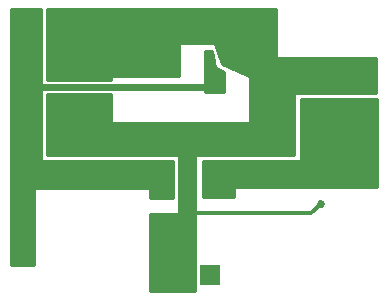
<source format=gbr>
G04 #@! TF.FileFunction,Copper,L2,Bot,Signal*
%FSLAX46Y46*%
G04 Gerber Fmt 4.6, Leading zero omitted, Abs format (unit mm)*
G04 Created by KiCad (PCBNEW 4.0.6-e0-6349~53~ubuntu14.04.1) date Sat Mar 25 21:58:17 2017*
%MOMM*%
%LPD*%
G01*
G04 APERTURE LIST*
%ADD10C,0.100000*%
%ADD11C,0.685800*%
%ADD12R,1.700000X1.700000*%
%ADD13O,1.700000X1.700000*%
%ADD14C,1.600000*%
%ADD15C,0.304800*%
%ADD16C,0.609600*%
%ADD17C,0.254000*%
G04 APERTURE END LIST*
D10*
D11*
X172974000Y-99060000D03*
X171958000Y-99060000D03*
X170942000Y-99060000D03*
X172974000Y-98298000D03*
X171958000Y-98298000D03*
X170942000Y-98298000D03*
X172974000Y-97536000D03*
X171958000Y-97536000D03*
X170942000Y-97536000D03*
X169926000Y-99060000D03*
X168910000Y-99060000D03*
X167894000Y-99060000D03*
X169926000Y-98298000D03*
X168910000Y-98298000D03*
X167894000Y-98298000D03*
X169926000Y-97536000D03*
X168910000Y-97536000D03*
X167894000Y-97536000D03*
X169926000Y-96774000D03*
X168910000Y-96774000D03*
X167894000Y-96774000D03*
X173228000Y-101092000D03*
X172212000Y-101092000D03*
X171196000Y-101092000D03*
X170180000Y-101092000D03*
X169164000Y-101092000D03*
X168148000Y-101092000D03*
X167132000Y-101092000D03*
X166116000Y-101092000D03*
X165100000Y-101092000D03*
X164084000Y-101092000D03*
X163068000Y-101092000D03*
X162052000Y-101092000D03*
X173228000Y-99822000D03*
X172212000Y-99822000D03*
X171196000Y-99822000D03*
X170180000Y-99822000D03*
X169164000Y-99822000D03*
X168148000Y-99822000D03*
X167132000Y-99822000D03*
X166116000Y-99822000D03*
X165100000Y-99822000D03*
X164084000Y-99822000D03*
X163068000Y-99822000D03*
X162052000Y-101092000D03*
X162052000Y-99822000D03*
X160782000Y-100076000D03*
X159766000Y-100076000D03*
X170180000Y-92710000D03*
X169164000Y-92710000D03*
X168148000Y-92710000D03*
X167132000Y-92710000D03*
X166116000Y-92710000D03*
X165100000Y-92710000D03*
X164084000Y-92710000D03*
X170180000Y-91948000D03*
X169164000Y-91948000D03*
X168148000Y-91948000D03*
X167132000Y-91948000D03*
X166116000Y-91948000D03*
X165100000Y-91948000D03*
X164084000Y-91948000D03*
X170180000Y-91186000D03*
X169164000Y-91186000D03*
X168148000Y-91186000D03*
X167132000Y-91186000D03*
X166116000Y-91186000D03*
X165100000Y-91186000D03*
X164084000Y-91186000D03*
X164084000Y-90170000D03*
X164084000Y-89408000D03*
X164084000Y-88646000D03*
X164084000Y-87884000D03*
X164084000Y-87122000D03*
X160020000Y-91948000D03*
X165862000Y-98298000D03*
X164846000Y-98298000D03*
X163830000Y-98298000D03*
X162814000Y-98298000D03*
X165862000Y-97536000D03*
X164846000Y-97536000D03*
X163830000Y-97536000D03*
X162814000Y-97536000D03*
X165862000Y-96774000D03*
X164846000Y-96774000D03*
X163830000Y-96774000D03*
X162814000Y-96774000D03*
X155448000Y-106934000D03*
X155448000Y-105664000D03*
X157734000Y-104394000D03*
X157734000Y-103632000D03*
X157734000Y-102870000D03*
X157734000Y-102108000D03*
X157734000Y-101346000D03*
X157734000Y-100584000D03*
X157734000Y-99822000D03*
X157734000Y-99060000D03*
X159004000Y-98044000D03*
X159004000Y-96520000D03*
X154940000Y-98044000D03*
X154940000Y-96520000D03*
X151638000Y-97790000D03*
X150622000Y-97790000D03*
X149606000Y-97790000D03*
X148590000Y-97790000D03*
X147574000Y-97790000D03*
X150876000Y-96774000D03*
X149860000Y-96774000D03*
X150876000Y-96012000D03*
X149860000Y-96012000D03*
X150876000Y-95250000D03*
X149860000Y-95250000D03*
X146558000Y-97790000D03*
X150622000Y-94234000D03*
X149606000Y-94234000D03*
X148590000Y-94234000D03*
X147574000Y-94234000D03*
X146558000Y-94234000D03*
X152654000Y-91440000D03*
X151638000Y-91440000D03*
X150622000Y-91440000D03*
X149606000Y-91440000D03*
X148590000Y-91440000D03*
X147574000Y-91440000D03*
X146558000Y-91440000D03*
X152654000Y-90678000D03*
X151638000Y-90678000D03*
X150622000Y-90678000D03*
X149606000Y-90678000D03*
X148590000Y-90678000D03*
X147574000Y-90678000D03*
X146558000Y-90678000D03*
X152654000Y-89916000D03*
X151638000Y-89916000D03*
X150622000Y-89916000D03*
X149606000Y-89916000D03*
X148590000Y-89916000D03*
X147574000Y-89916000D03*
X146558000Y-89916000D03*
X152654000Y-89154000D03*
X151638000Y-89154000D03*
X150622000Y-89154000D03*
X149606000Y-89154000D03*
X148590000Y-89154000D03*
X147574000Y-89154000D03*
X146558000Y-89154000D03*
X152654000Y-88392000D03*
X151638000Y-88392000D03*
X150622000Y-88392000D03*
X149606000Y-88392000D03*
X148590000Y-88392000D03*
X147574000Y-88392000D03*
X146558000Y-88392000D03*
X152654000Y-87630000D03*
X151638000Y-87630000D03*
X150622000Y-87630000D03*
X149606000Y-87630000D03*
X148590000Y-87630000D03*
X147574000Y-87630000D03*
X146558000Y-87630000D03*
X152654000Y-86868000D03*
X151638000Y-86868000D03*
X150622000Y-86868000D03*
X149606000Y-86868000D03*
X148590000Y-86868000D03*
X147574000Y-86868000D03*
X146558000Y-86868000D03*
X155448000Y-99822000D03*
X154432000Y-101092000D03*
X153416000Y-101092000D03*
X152400000Y-101092000D03*
X151384000Y-101092000D03*
X150368000Y-101092000D03*
X149352000Y-101092000D03*
X148336000Y-101092000D03*
X147320000Y-101092000D03*
X146304000Y-101092000D03*
X145288000Y-101092000D03*
X154432000Y-99822000D03*
X153416000Y-99822000D03*
X152400000Y-99822000D03*
X151384000Y-99822000D03*
X150368000Y-99822000D03*
X149352000Y-99822000D03*
X148336000Y-99822000D03*
X147320000Y-99822000D03*
X146304000Y-99822000D03*
X145288000Y-101092000D03*
X145288000Y-99822000D03*
X144526000Y-105664000D03*
X143510000Y-105664000D03*
X144526000Y-104902000D03*
X143510000Y-104902000D03*
X144526000Y-104140000D03*
X144526000Y-104140000D03*
X143510000Y-104140000D03*
X144526000Y-101600000D03*
X143510000Y-101600000D03*
X144526000Y-100838000D03*
X143510000Y-100838000D03*
X144526000Y-100076000D03*
X143510000Y-100076000D03*
X144526000Y-99314000D03*
X143510000Y-99314000D03*
X144526000Y-98552000D03*
X143510000Y-98552000D03*
X144526000Y-97790000D03*
X144526000Y-97790000D03*
X143510000Y-97790000D03*
X144526000Y-92964000D03*
X143510000Y-92964000D03*
X144526000Y-92202000D03*
X143510000Y-92202000D03*
X144526000Y-92202000D03*
X144526000Y-91440000D03*
X143510000Y-91440000D03*
X144526000Y-90678000D03*
X143510000Y-90678000D03*
X144526000Y-89916000D03*
X143510000Y-89916000D03*
X144526000Y-89154000D03*
X144526000Y-89154000D03*
X143510000Y-89154000D03*
X144526000Y-88392000D03*
X143510000Y-88392000D03*
X143510000Y-87630000D03*
X144526000Y-87630000D03*
X143510000Y-86868000D03*
D12*
X159750000Y-109000000D03*
D13*
X157210000Y-109000000D03*
D12*
X172325000Y-95125000D03*
D13*
X172325000Y-92585000D03*
D14*
X161525000Y-87925000D03*
X154925000Y-87925000D03*
D11*
X144526000Y-86868000D03*
X169125000Y-102950000D03*
X160075000Y-93100000D03*
X144018000Y-93980000D03*
D15*
X168325000Y-103750000D02*
X157825000Y-103750000D01*
X169125000Y-102950000D02*
X168325000Y-103750000D01*
X160075000Y-93100000D02*
X160050000Y-93075000D01*
D16*
X160050000Y-93075000D02*
X144600000Y-93075000D01*
X144600000Y-93075000D02*
X144018000Y-93930000D01*
D15*
X144018000Y-93930000D02*
X144018000Y-93980000D01*
D17*
G36*
X145398000Y-99250000D02*
X145408006Y-99299410D01*
X145436447Y-99341035D01*
X145478841Y-99368315D01*
X145525000Y-99377000D01*
X156623000Y-99377000D01*
X156623000Y-102498000D01*
X154627000Y-102498000D01*
X154627000Y-101750000D01*
X154616994Y-101700590D01*
X154588553Y-101658965D01*
X154546159Y-101631685D01*
X154500000Y-101623000D01*
X145000000Y-101623000D01*
X144950590Y-101633006D01*
X144908965Y-101661447D01*
X144881685Y-101703841D01*
X144873000Y-101750000D01*
X144873000Y-108123000D01*
X142877000Y-108123000D01*
X142877000Y-86454400D01*
X145398000Y-86454400D01*
X145398000Y-99250000D01*
X145398000Y-99250000D01*
G37*
X145398000Y-99250000D02*
X145408006Y-99299410D01*
X145436447Y-99341035D01*
X145478841Y-99368315D01*
X145525000Y-99377000D01*
X156623000Y-99377000D01*
X156623000Y-102498000D01*
X154627000Y-102498000D01*
X154627000Y-101750000D01*
X154616994Y-101700590D01*
X154588553Y-101658965D01*
X154546159Y-101631685D01*
X154500000Y-101623000D01*
X145000000Y-101623000D01*
X144950590Y-101633006D01*
X144908965Y-101661447D01*
X144881685Y-101703841D01*
X144873000Y-101750000D01*
X144873000Y-108123000D01*
X142877000Y-108123000D01*
X142877000Y-86454400D01*
X145398000Y-86454400D01*
X145398000Y-99250000D01*
G36*
X173873000Y-101573000D02*
X161900000Y-101573000D01*
X161850590Y-101583006D01*
X161808965Y-101611447D01*
X161781685Y-101653841D01*
X161773000Y-101700000D01*
X161773000Y-102423000D01*
X159177000Y-102423000D01*
X159177000Y-99377000D01*
X167300000Y-99377000D01*
X167349410Y-99366994D01*
X167391035Y-99338553D01*
X167418315Y-99296159D01*
X167427000Y-99250000D01*
X167427000Y-94127000D01*
X173873000Y-94127000D01*
X173873000Y-101573000D01*
X173873000Y-101573000D01*
G37*
X173873000Y-101573000D02*
X161900000Y-101573000D01*
X161850590Y-101583006D01*
X161808965Y-101611447D01*
X161781685Y-101653841D01*
X161773000Y-101700000D01*
X161773000Y-102423000D01*
X159177000Y-102423000D01*
X159177000Y-99377000D01*
X167300000Y-99377000D01*
X167349410Y-99366994D01*
X167391035Y-99338553D01*
X167418315Y-99296159D01*
X167427000Y-99250000D01*
X167427000Y-94127000D01*
X173873000Y-94127000D01*
X173873000Y-101573000D01*
G36*
X165373000Y-90500000D02*
X165383006Y-90549410D01*
X165411447Y-90591035D01*
X165453841Y-90618315D01*
X165500000Y-90627000D01*
X173820600Y-90627000D01*
X173820600Y-93598000D01*
X167000000Y-93598000D01*
X166950590Y-93608006D01*
X166908965Y-93636447D01*
X166881685Y-93678841D01*
X166873000Y-93725000D01*
X166873000Y-98823000D01*
X158575000Y-98823000D01*
X158525590Y-98833006D01*
X158483965Y-98861447D01*
X158456685Y-98903841D01*
X158448000Y-98950000D01*
X158448000Y-110373000D01*
X154627000Y-110373000D01*
X154627000Y-103827000D01*
X157000000Y-103827000D01*
X157049410Y-103816994D01*
X157091035Y-103788553D01*
X157118315Y-103746159D01*
X157127000Y-103700000D01*
X157127000Y-98950000D01*
X157116994Y-98900590D01*
X157088553Y-98858965D01*
X157046159Y-98831685D01*
X157000000Y-98823000D01*
X145927000Y-98823000D01*
X145927000Y-93659200D01*
X151373000Y-93659200D01*
X151373000Y-96000000D01*
X151383006Y-96049410D01*
X151411447Y-96091035D01*
X151453841Y-96118315D01*
X151500000Y-96127000D01*
X163000000Y-96127000D01*
X163049410Y-96116994D01*
X163091035Y-96088553D01*
X163118315Y-96046159D01*
X163127000Y-96000000D01*
X163127000Y-92250000D01*
X163116994Y-92200590D01*
X163088553Y-92158965D01*
X163050324Y-92133396D01*
X160728429Y-91131315D01*
X160195999Y-89461421D01*
X160171456Y-89417385D01*
X160131715Y-89386367D01*
X160075000Y-89373000D01*
X157250000Y-89373000D01*
X157200590Y-89383006D01*
X157158965Y-89411447D01*
X157131685Y-89453841D01*
X157123000Y-89500000D01*
X157123000Y-92123000D01*
X151500000Y-92123000D01*
X151450590Y-92133006D01*
X151408965Y-92161447D01*
X151381685Y-92203841D01*
X151373000Y-92250000D01*
X151373000Y-92490800D01*
X145927000Y-92490800D01*
X145927000Y-86454400D01*
X165373000Y-86454400D01*
X165373000Y-90500000D01*
X165373000Y-90500000D01*
G37*
X165373000Y-90500000D02*
X165383006Y-90549410D01*
X165411447Y-90591035D01*
X165453841Y-90618315D01*
X165500000Y-90627000D01*
X173820600Y-90627000D01*
X173820600Y-93598000D01*
X167000000Y-93598000D01*
X166950590Y-93608006D01*
X166908965Y-93636447D01*
X166881685Y-93678841D01*
X166873000Y-93725000D01*
X166873000Y-98823000D01*
X158575000Y-98823000D01*
X158525590Y-98833006D01*
X158483965Y-98861447D01*
X158456685Y-98903841D01*
X158448000Y-98950000D01*
X158448000Y-110373000D01*
X154627000Y-110373000D01*
X154627000Y-103827000D01*
X157000000Y-103827000D01*
X157049410Y-103816994D01*
X157091035Y-103788553D01*
X157118315Y-103746159D01*
X157127000Y-103700000D01*
X157127000Y-98950000D01*
X157116994Y-98900590D01*
X157088553Y-98858965D01*
X157046159Y-98831685D01*
X157000000Y-98823000D01*
X145927000Y-98823000D01*
X145927000Y-93659200D01*
X151373000Y-93659200D01*
X151373000Y-96000000D01*
X151383006Y-96049410D01*
X151411447Y-96091035D01*
X151453841Y-96118315D01*
X151500000Y-96127000D01*
X163000000Y-96127000D01*
X163049410Y-96116994D01*
X163091035Y-96088553D01*
X163118315Y-96046159D01*
X163127000Y-96000000D01*
X163127000Y-92250000D01*
X163116994Y-92200590D01*
X163088553Y-92158965D01*
X163050324Y-92133396D01*
X160728429Y-91131315D01*
X160195999Y-89461421D01*
X160171456Y-89417385D01*
X160131715Y-89386367D01*
X160075000Y-89373000D01*
X157250000Y-89373000D01*
X157200590Y-89383006D01*
X157158965Y-89411447D01*
X157131685Y-89453841D01*
X157123000Y-89500000D01*
X157123000Y-92123000D01*
X151500000Y-92123000D01*
X151450590Y-92133006D01*
X151408965Y-92161447D01*
X151381685Y-92203841D01*
X151373000Y-92250000D01*
X151373000Y-92490800D01*
X145927000Y-92490800D01*
X145927000Y-86454400D01*
X165373000Y-86454400D01*
X165373000Y-90500000D01*
G36*
X160150301Y-91349065D02*
X160169488Y-91395684D01*
X160218204Y-91438592D01*
X160898000Y-91778490D01*
X160898000Y-93473000D01*
X159327000Y-93473000D01*
X159327000Y-90027000D01*
X159895166Y-90027000D01*
X160150301Y-91349065D01*
X160150301Y-91349065D01*
G37*
X160150301Y-91349065D02*
X160169488Y-91395684D01*
X160218204Y-91438592D01*
X160898000Y-91778490D01*
X160898000Y-93473000D01*
X159327000Y-93473000D01*
X159327000Y-90027000D01*
X159895166Y-90027000D01*
X160150301Y-91349065D01*
M02*

</source>
